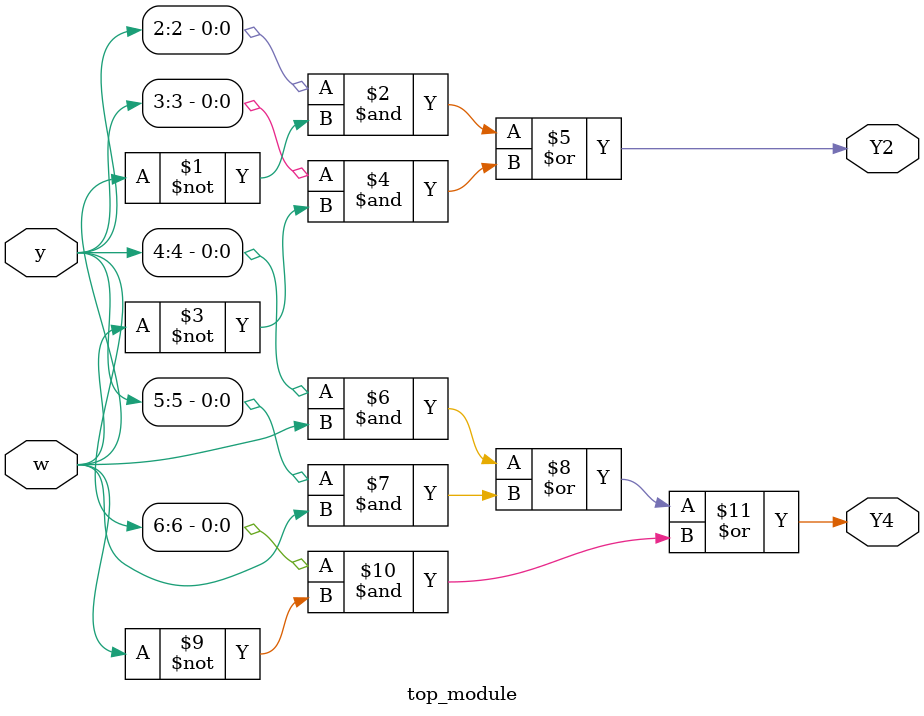
<source format=sv>
module top_module (
    input [6:1] y,
    input w,
    output Y2,
    output Y4
);

// Next-state logic for y[2] (state B and C)
assign Y2 = (y[2] & ~w) | (y[3] & ~w);

// Next-state logic for y[4] (state D, E, and F)
assign Y4 = (y[4] & w) | (y[5] & w) | (y[6] & ~w);

endmodule

</source>
